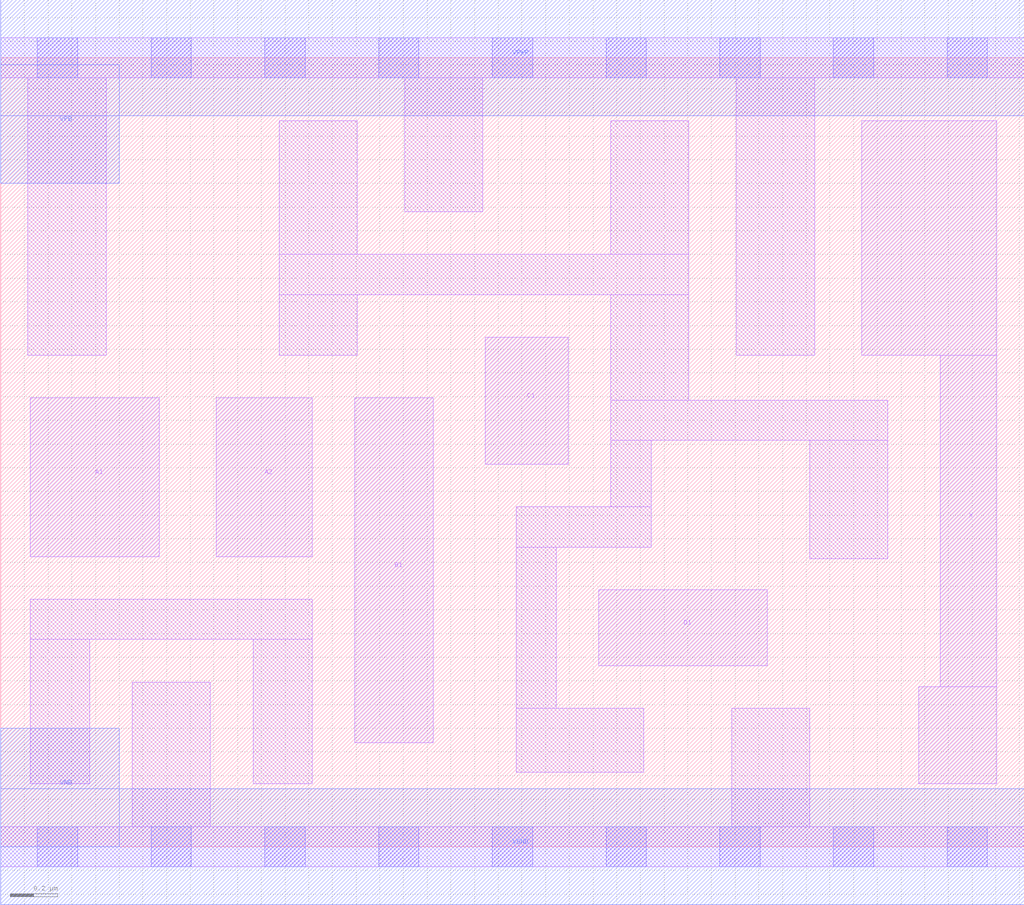
<source format=lef>
# Copyright 2020 The SkyWater PDK Authors
#
# Licensed under the Apache License, Version 2.0 (the "License");
# you may not use this file except in compliance with the License.
# You may obtain a copy of the License at
#
#     https://www.apache.org/licenses/LICENSE-2.0
#
# Unless required by applicable law or agreed to in writing, software
# distributed under the License is distributed on an "AS IS" BASIS,
# WITHOUT WARRANTIES OR CONDITIONS OF ANY KIND, either express or implied.
# See the License for the specific language governing permissions and
# limitations under the License.
#
# SPDX-License-Identifier: Apache-2.0

VERSION 5.5 ;
NAMESCASESENSITIVE ON ;
BUSBITCHARS "[]" ;
DIVIDERCHAR "/" ;
MACRO sky130_fd_sc_lp__o2111a_lp
  CLASS CORE ;
  SOURCE USER ;
  ORIGIN  0.000000  0.000000 ;
  SIZE  4.320000 BY  3.330000 ;
  SYMMETRY X Y R90 ;
  SITE unit ;
  PIN A1
    ANTENNAGATEAREA  0.313000 ;
    DIRECTION INPUT ;
    USE SIGNAL ;
    PORT
      LAYER li1 ;
        RECT 0.125000 1.225000 0.670000 1.895000 ;
    END
  END A1
  PIN A2
    ANTENNAGATEAREA  0.313000 ;
    DIRECTION INPUT ;
    USE SIGNAL ;
    PORT
      LAYER li1 ;
        RECT 0.910000 1.225000 1.315000 1.895000 ;
    END
  END A2
  PIN B1
    ANTENNAGATEAREA  0.313000 ;
    DIRECTION INPUT ;
    USE SIGNAL ;
    PORT
      LAYER li1 ;
        RECT 1.495000 0.440000 1.825000 1.895000 ;
    END
  END B1
  PIN C1
    ANTENNAGATEAREA  0.313000 ;
    DIRECTION INPUT ;
    USE SIGNAL ;
    PORT
      LAYER li1 ;
        RECT 2.045000 1.615000 2.395000 2.150000 ;
    END
  END C1
  PIN D1
    ANTENNAGATEAREA  0.313000 ;
    DIRECTION INPUT ;
    USE SIGNAL ;
    PORT
      LAYER li1 ;
        RECT 2.525000 0.765000 3.235000 1.085000 ;
    END
  END D1
  PIN X
    ANTENNADIFFAREA  0.404700 ;
    DIRECTION OUTPUT ;
    USE SIGNAL ;
    PORT
      LAYER li1 ;
        RECT 3.635000 2.075000 4.205000 3.065000 ;
        RECT 3.875000 0.265000 4.205000 0.675000 ;
        RECT 3.965000 0.675000 4.205000 2.075000 ;
    END
  END X
  PIN VGND
    DIRECTION INOUT ;
    USE GROUND ;
    PORT
      LAYER met1 ;
        RECT 0.000000 -0.245000 4.320000 0.245000 ;
    END
  END VGND
  PIN VNB
    DIRECTION INOUT ;
    USE GROUND ;
    PORT
      LAYER met1 ;
        RECT 0.000000 0.000000 0.500000 0.500000 ;
    END
  END VNB
  PIN VPB
    DIRECTION INOUT ;
    USE POWER ;
    PORT
      LAYER met1 ;
        RECT 0.000000 2.800000 0.500000 3.300000 ;
    END
  END VPB
  PIN VPWR
    DIRECTION INOUT ;
    USE POWER ;
    PORT
      LAYER met1 ;
        RECT 0.000000 3.085000 4.320000 3.575000 ;
    END
  END VPWR
  OBS
    LAYER li1 ;
      RECT 0.000000 -0.085000 4.320000 0.085000 ;
      RECT 0.000000  3.245000 4.320000 3.415000 ;
      RECT 0.115000  2.075000 0.445000 3.245000 ;
      RECT 0.125000  0.265000 0.375000 0.875000 ;
      RECT 0.125000  0.875000 1.315000 1.045000 ;
      RECT 0.555000  0.085000 0.885000 0.695000 ;
      RECT 1.065000  0.265000 1.315000 0.875000 ;
      RECT 1.175000  2.075000 1.505000 2.330000 ;
      RECT 1.175000  2.330000 2.905000 2.500000 ;
      RECT 1.175000  2.500000 1.505000 3.065000 ;
      RECT 1.705000  2.680000 2.035000 3.245000 ;
      RECT 2.175000  0.315000 2.715000 0.585000 ;
      RECT 2.175000  0.585000 2.345000 1.265000 ;
      RECT 2.175000  1.265000 2.745000 1.435000 ;
      RECT 2.575000  1.435000 2.745000 1.715000 ;
      RECT 2.575000  1.715000 3.745000 1.885000 ;
      RECT 2.575000  1.885000 2.905000 2.330000 ;
      RECT 2.575000  2.500000 2.905000 3.065000 ;
      RECT 3.085000  0.085000 3.415000 0.585000 ;
      RECT 3.105000  2.075000 3.435000 3.245000 ;
      RECT 3.415000  1.215000 3.745000 1.715000 ;
    LAYER mcon ;
      RECT 0.155000 -0.085000 0.325000 0.085000 ;
      RECT 0.155000  3.245000 0.325000 3.415000 ;
      RECT 0.635000 -0.085000 0.805000 0.085000 ;
      RECT 0.635000  3.245000 0.805000 3.415000 ;
      RECT 1.115000 -0.085000 1.285000 0.085000 ;
      RECT 1.115000  3.245000 1.285000 3.415000 ;
      RECT 1.595000 -0.085000 1.765000 0.085000 ;
      RECT 1.595000  3.245000 1.765000 3.415000 ;
      RECT 2.075000 -0.085000 2.245000 0.085000 ;
      RECT 2.075000  3.245000 2.245000 3.415000 ;
      RECT 2.555000 -0.085000 2.725000 0.085000 ;
      RECT 2.555000  3.245000 2.725000 3.415000 ;
      RECT 3.035000 -0.085000 3.205000 0.085000 ;
      RECT 3.035000  3.245000 3.205000 3.415000 ;
      RECT 3.515000 -0.085000 3.685000 0.085000 ;
      RECT 3.515000  3.245000 3.685000 3.415000 ;
      RECT 3.995000 -0.085000 4.165000 0.085000 ;
      RECT 3.995000  3.245000 4.165000 3.415000 ;
  END
END sky130_fd_sc_lp__o2111a_lp
END LIBRARY

</source>
